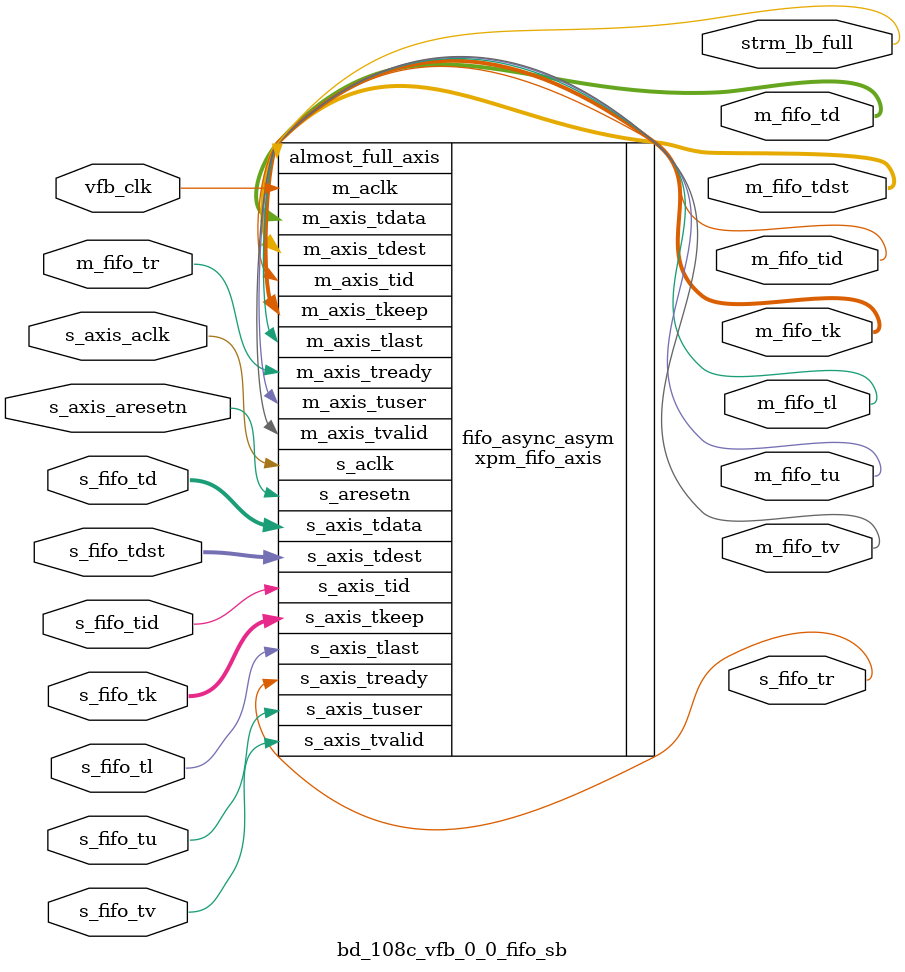
<source format=v>
`timescale 1ps/1ps
module bd_108c_vfb_0_0_fifo_sb (
  input            s_axis_aclk    ,

  input         s_axis_aresetn ,
  input            vfb_clk        ,
  output    s_fifo_tr      ,
  input     s_fifo_tv      ,
  input      [64-1:0]  s_fifo_td      ,
  input      s_fifo_tid    ,   
  input      [1-1:0]  s_fifo_tu      ,
  input [9:0]      s_fifo_tdst      ,
  input      [8-1:0] s_fifo_tk      ,
  input      s_fifo_tl      ,
  input     m_fifo_tr      ,
  output     m_fifo_tv      ,
  output   [64-1:0]   m_fifo_td      ,
  output      m_fifo_tid    ,   
  output [9:0]    m_fifo_tdst    ,   
  output   [1-1:0]  m_fifo_tu      ,
  output    [8-1:0] m_fifo_tk      ,
  output      m_fifo_tl     , 
  output  strm_lb_full   
);

xpm_fifo_axis#(
      .CLOCKING_MODE("independent_clock"), // String
      .ECC_MODE("no_ecc"),            // String
      .FIFO_DEPTH(2048),              // DECIMAL
      .FIFO_MEMORY_TYPE("block"),      // String
      .PACKET_FIFO("false"),          // String
      .PROG_EMPTY_THRESH(10),         // DECIMAL
      .PROG_FULL_THRESH(2043),          // DECIMAL
      .RD_DATA_COUNT_WIDTH(1),        // DECIMAL
      .RELATED_CLOCKS(0),             // DECIMAL
      .SIM_ASSERT_CHK(0),             // DECIMAL; 0=disable simulation messages, 1=enable simulation messages
      .TDATA_WIDTH(64),               // DECIMAL
      .TDEST_WIDTH(10),                // DECIMAL
      .TID_WIDTH(1),                  // DECIMAL
      .TUSER_WIDTH(1),                // DECIMAL
      .USE_ADV_FEATURES("1008"),      // String
      .WR_DATA_COUNT_WIDTH(1)         // DECIMAL
 ) fifo_async_asym(
  .s_aclk            (s_axis_aclk    ),
  .s_aresetn         (s_axis_aresetn ),
  .m_aclk            (vfb_clk        ),
  .s_axis_tready     (s_fifo_tr      ),
  .s_axis_tvalid     (s_fifo_tv      ),
  .s_axis_tdata      (s_fifo_td      ),
  .s_axis_tid      ( s_fifo_tid      ),
  .s_axis_tuser      (s_fifo_tu      ),
  .s_axis_tdest      (s_fifo_tdst      ),
  .s_axis_tkeep      (s_fifo_tk      ),
  .s_axis_tlast      (s_fifo_tl      ),
  .m_axis_tready     (m_fifo_tr      ),
  .m_axis_tvalid     (m_fifo_tv      ),
  .m_axis_tdata      (m_fifo_td      ),
  .m_axis_tid        (m_fifo_tid      ),
  .m_axis_tdest      (m_fifo_tdst     ),
  .m_axis_tuser      (m_fifo_tu      ),
  .m_axis_tkeep      (m_fifo_tk      ),
  .m_axis_tlast      (m_fifo_tl      ),
  .almost_full_axis  (strm_lb_full   )
);
endmodule

</source>
